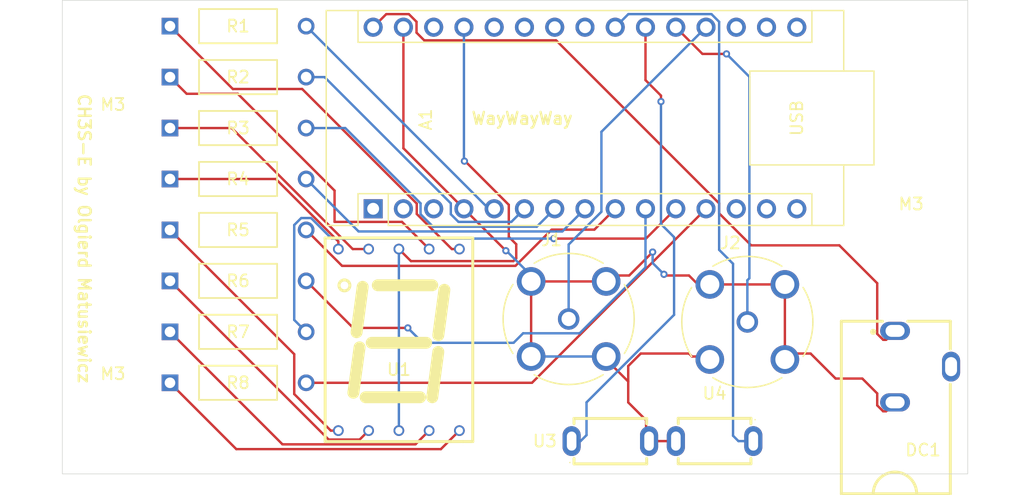
<source format=kicad_pcb>
(kicad_pcb (version 20241229) (generator "pcbnew") (generator_version "9.0")
  (layers (0 "F.Cu" signal) (2 "B.Cu" signal) (13 "F.Paste" user) (15 "B.Paste" user) (5 "F.SilkS" user "F.Silkscreen") (7 "B.SilkS" user "B.Silkscreen") (1 "F.Mask" user) (3 "B.Mask" user) (25 "Edge.Cuts" user))
  (net 0 "")
  (net 1 "GND")
  (net 2 "Net-(A1-VIN)")
  (net 4 "Net-(A1-D2)")
  (net 5 "Net-(A1-A1)")
  (net 6 "Net-(A1-D3)")
  (net 7 "Net-(A1-D5)")
  (net 10 "Net-(A1-D4)")
  (net 12 "Net-(A1-A2)")
  (net 15 "Net-(A1-A0)")
  (net 17 "Net-(A1-D7)")
  (net 20 "Net-(A1-D8)")
  (net 22 "Net-(A1-D9)")
  (net 23 "+5V")
  (net 24 "Net-(A1-D6)")
  (net 28 "Net-(A1-A3)")
  (net 31 "Net-(U1-E)")
  (net 32 "Net-(U1-D)")
  (net 33 "Net-(U1-C)")
  (net 34 "Net-(U1-DP)")
  (net 35 "Net-(U1-B)")
  (net 36 "Net-(U1-A)")
  (net 37 "Net-(U1-F)")
  (net 38 "Net-(U1-G)")
  (footprint "Snapeda:STA_CF14_STP" (layer "F.Cu") (at 112.785 78.1702)
    (property "Reference" "R1" (at 5.715 0 0) (layer "F.SilkS"))
    (property "Value" "CF14JT330R")
    (fp_line (start 2.4384 -1.4351) (end 2.4384 1.4351) (stroke (width 0.1524)) (layer "F.SilkS"))
    (fp_line (start 2.4384 1.4351) (end 8.9916 1.4351) (stroke (width 0.1524)) (layer "F.SilkS"))
    (fp_line (start 8.9916 -1.4351) (end 2.4384 -1.4351) (stroke (width 0.1524)) (layer "F.SilkS"))
    (fp_line (start 8.9916 1.4351) (end 8.9916 -1.4351) (stroke (width 0.1524)) (layer "F.SilkS"))
    (pad "1" thru_hole rect (at 0 0) (size 1.397 1.397) (drill 0.889) (layers "*.Cu" "*.Mask") (net 31 "Net-(U1-E)"))
    (pad "2" thru_hole circle (at 11.43 0) (size 1.397 1.397) (drill 0.889) (layers "*.Cu" "*.Mask") (net 4 "Net-(A1-D2)"))
  )
  (footprint "Snapeda:STA_CF14_STP" (layer "F.Cu") (at 112.785 103.8298)
    (property "Reference" "R7" (at 5.715 0 0) (layer "F.SilkS"))
    (property "Value" "CF14JT330R")
    (fp_line (start 2.4384 -1.4351) (end 2.4384 1.4351) (stroke (width 0.1524)) (layer "F.SilkS"))
    (fp_line (start 2.4384 1.4351) (end 8.9916 1.4351) (stroke (width 0.1524)) (layer "F.SilkS"))
    (fp_line (start 8.9916 -1.4351) (end 2.4384 -1.4351) (stroke (width 0.1524)) (layer "F.SilkS"))
    (fp_line (start 8.9916 1.4351) (end 8.9916 -1.4351) (stroke (width 0.1524)) (layer "F.SilkS"))
    (pad "1" thru_hole rect (at 0 0) (size 1.397 1.397) (drill 0.889) (layers "*.Cu" "*.Mask") (net 37 "Net-(U1-F)"))
    (pad "2" thru_hole circle (at 11.43 0) (size 1.397 1.397) (drill 0.889) (layers "*.Cu" "*.Mask") (net 20 "Net-(A1-D8)"))
  )
  (footprint "EasyEDA:SW-TH_L6.0-W3.6-P6.50" (layer "F.Cu") (at 158.5 113)
    (property "Reference" "U4" (at 0 -4 0) (layer "F.SilkS"))
    (property "Value" "1825966-1")
    (fp_line (start -3.05 -1.91) (end 3.05 -1.91) (stroke (width 0.25)) (layer "F.SilkS"))
    (fp_line (start -3.05 -1.46) (end -3.05 -1.91) (stroke (width 0.25)) (layer "F.SilkS"))
    (fp_line (start -3.05 1.9) (end -3.05 1.46) (stroke (width 0.25)) (layer "F.SilkS"))
    (fp_line (start 3.05 -1.91) (end 3.05 -1.46) (stroke (width 0.25)) (layer "F.SilkS"))
    (fp_line (start 3.05 1.46) (end 3.05 1.9) (stroke (width 0.25)) (layer "F.SilkS"))
    (fp_line (start 3.05 1.9) (end -3.05 1.9) (stroke (width 0.25)) (layer "F.SilkS"))
    (fp_circle (center 3.4 -1.8) (end 3.43 -1.8) (stroke (width 0.06)) (fill no) (layer "F.SilkS"))
    (pad "1" thru_hole oval (at 3.25 0 270) (size 2.5 1.52) (drill oval 1.599997 0.799998) (layers "*.Cu" "*.Mask") (net 28 "Net-(A1-A3)"))
    (pad "2" thru_hole oval (at -3.25 0 270) (size 2.5 1.52) (drill oval 1.599997 0.799998) (layers "*.Cu" "*.Mask") (net 1 "GND"))
  )
  (footprint "MountingHole:MountingHole_3.2mm_M3" (layer "F.Cu") (at 175 97.25)
    (property "Reference" "M3" (at 0 -4.15 0) (layer "F.SilkS"))
    (property "Value" "MountingHole_3.2mm_M3")
    (pad "" np_thru_hole circle (at 0 0) (size 3.2 3.2) (drill 3.2) (layers "*.Cu" "*.Mask"))
  )
  (footprint "Snapeda:STA_CF14_STP" (layer "F.Cu") (at 112.785 86.7234)
    (property "Reference" "R3" (at 5.715 0 0) (layer "F.SilkS"))
    (property "Value" "CF14JT330R")
    (fp_line (start 2.4384 -1.4351) (end 2.4384 1.4351) (stroke (width 0.1524)) (layer "F.SilkS"))
    (fp_line (start 2.4384 1.4351) (end 8.9916 1.4351) (stroke (width 0.1524)) (layer "F.SilkS"))
    (fp_line (start 8.9916 -1.4351) (end 2.4384 -1.4351) (stroke (width 0.1524)) (layer "F.SilkS"))
    (fp_line (start 8.9916 1.4351) (end 8.9916 -1.4351) (stroke (width 0.1524)) (layer "F.SilkS"))
    (pad "1" thru_hole rect (at 0 0) (size 1.397 1.397) (drill 0.889) (layers "*.Cu" "*.Mask") (net 33 "Net-(U1-C)"))
    (pad "2" thru_hole circle (at 11.43 0) (size 1.397 1.397) (drill 0.889) (layers "*.Cu" "*.Mask") (net 10 "Net-(A1-D4)"))
  )
  (footprint "Snapeda:LINX_CONBNC001" (layer "F.Cu") (at 161.25 103)
    (property "Reference" "J2" (at -1.425 -6.635 0) (layer "F.SilkS"))
    (property "Value" "CONBNC001")
    (fp_arc (start -5.5 0) (mid -5.295033 -1.503176) (end -4.68 -2.89) (stroke (width 0.127)) (layer "F.SilkS"))
    (fp_arc (start -4.68 2.89) (mid -5.291129 1.502068) (end -5.5 0) (stroke (width 0.127)) (layer "F.SilkS"))
    (fp_arc (start -2.89 -4.68) (mid -1.502068 -5.291129) (end 0 -5.5) (stroke (width 0.127)) (layer "F.SilkS"))
    (fp_arc (start 0 -5.5) (mid 1.503176 -5.295033) (end 2.89 -4.68) (stroke (width 0.127)) (layer "F.SilkS"))
    (fp_arc (start 0 5.5) (mid -1.503176 5.295033) (end -2.89 4.68) (stroke (width 0.127)) (layer "F.SilkS"))
    (fp_arc (start 2.89 4.68) (mid 1.502068 5.291129) (end 0 5.5) (stroke (width 0.127)) (layer "F.SilkS"))
    (fp_arc (start 4.68 -2.89) (mid 5.291129 -1.502068) (end 5.5 0) (stroke (width 0.127)) (layer "F.SilkS"))
    (fp_arc (start 5.5 0) (mid 5.295033 1.503176) (end 4.68 2.89) (stroke (width 0.127)) (layer "F.SilkS"))
    (pad "1" thru_hole circle (at 0 0) (size 1.8 1.8) (drill 1.2) (layers "*.Cu" "*.Mask") (net 5 "Net-(A1-A1)"))
    (pad "S1" thru_hole circle (at -3.15 -3.15) (size 2.4 2.4) (drill 1.6) (layers "*.Cu" "*.Mask") (net 1 "GND"))
    (pad "S1" thru_hole circle (at -3.15 3.15) (size 2.4 2.4) (drill 1.6) (layers "*.Cu" "*.Mask") (net 1 "GND"))
    (pad "S1" thru_hole circle (at 3.15 -3.15) (size 2.4 2.4) (drill 1.6) (layers "*.Cu" "*.Mask") (net 1 "GND"))
    (pad "S1" thru_hole circle (at 3.15 3.15) (size 2.4 2.4) (drill 1.6) (layers "*.Cu" "*.Mask") (net 1 "GND"))
  )
  (footprint "EasyEDA:DC-IN-TH_PJ-102AH" (layer "F.Cu") (at 176 106.75 180)
    (property "Reference" "DC1" (at 0 -7 0) (layer "F.SilkS"))
    (property "Value" "PJ-102AH_C3096093")
    (fp_line (start 6.86 3.81) (end 6.86 -10.67) (stroke (width 0.25)) (layer "F.SilkS"))
    (fp_line (start 6.86 -10.67) (end -2.29 -10.67) (stroke (width 0.25)) (layer "F.SilkS"))
    (fp_line (start 3.41 3.81) (end 6.86 3.81) (stroke (width 0.25)) (layer "F.SilkS"))
    (fp_line (start -2.29 3.81) (end 1.29 3.81) (stroke (width 0.25)) (layer "F.SilkS"))
    (fp_line (start -2.29 1.48) (end -2.29 3.81) (stroke (width 0.25)) (layer "F.SilkS"))
    (fp_line (start -2.29 -10.67) (end -2.29 -1.48) (stroke (width 0.25)) (layer "F.SilkS"))
    (fp_arc (start 4.18 -10.67) (mid 2.36 -8.85) (end 0.54 -10.67) (stroke (width 0.25)) (layer "F.SilkS"))
    (fp_circle (center 6.85 3.7) (end 6.88 3.7) (stroke (width 0.06)) (fill no) (layer "F.SilkS"))
    (fp_circle (center 4.19 2.92) (end 4.32 2.92) (stroke (width 0.25)) (fill no) (layer "F.SilkS"))
    (pad "1" thru_hole oval (at 2.35 3 180) (size 2.5 1.52) (drill oval 1.599997 0.999998) (layers "*.Cu" "*.Mask") (net 2 "Net-(A1-VIN)"))
    (pad "2" thru_hole oval (at 2.35 -3 180) (size 2.5 1.52) (drill oval 1.599997 0.999998) (layers "*.Cu" "*.Mask") (net 1 "GND"))
    (pad "3" thru_hole oval (at -2.35 0 90) (size 2.5 1.52) (drill oval 1.599997 0.999998) (layers "*.Cu" "*.Mask"))
  )
  (footprint "Snapeda:STA_CF14_STP" (layer "F.Cu") (at 112.785 95.2766)
    (property "Reference" "R5" (at 5.715 0 0) (layer "F.SilkS"))
    (property "Value" "CF14JT330R")
    (fp_line (start 2.4384 -1.4351) (end 2.4384 1.4351) (stroke (width 0.1524)) (layer "F.SilkS"))
    (fp_line (start 2.4384 1.4351) (end 8.9916 1.4351) (stroke (width 0.1524)) (layer "F.SilkS"))
    (fp_line (start 8.9916 -1.4351) (end 2.4384 -1.4351) (stroke (width 0.1524)) (layer "F.SilkS"))
    (fp_line (start 8.9916 1.4351) (end 8.9916 -1.4351) (stroke (width 0.1524)) (layer "F.SilkS"))
    (pad "1" thru_hole rect (at 0 0) (size 1.397 1.397) (drill 0.889) (layers "*.Cu" "*.Mask") (net 35 "Net-(U1-B)"))
    (pad "2" thru_hole circle (at 11.43 0) (size 1.397 1.397) (drill 0.889) (layers "*.Cu" "*.Mask") (net 24 "Net-(A1-D6)"))
  )
  (footprint "MountingHole:MountingHole_3.2mm_M3" (layer "F.Cu") (at 108 111.5)
    (property "Reference" "M3" (at 0 -4.15 0) (layer "F.SilkS"))
    (property "Value" "MountingHole_3.2mm_M3")
    (pad "" np_thru_hole circle (at 0 0) (size 3.2 3.2) (drill 3.2) (layers "*.Cu" "*.Mask"))
  )
  (footprint "Microprocessors:Arduino_Nano_With_3DModel" (layer "F.Cu") (at 129.84 93.5 90)
    (property "Reference" "A1" (at 7.5 4.41 90) (layer "F.SilkS"))
    (property "Value" "Arduino_Nano_Every")
    (fp_line (start 16.64 -3.94) (end -1.4 -3.94) (stroke (width 0.12)) (layer "F.SilkS"))
    (fp_line (start -1.4 -3.94) (end -1.4 -1.27) (stroke (width 0.12)) (layer "F.SilkS"))
    (fp_line (start 13.97 -1.27) (end 16.64 -1.27) (stroke (width 0.12)) (layer "F.SilkS"))
    (fp_line (start 13.97 -1.27) (end 13.97 36.83) (stroke (width 0.12)) (layer "F.SilkS"))
    (fp_line (start 1.27 -1.27) (end -1.4 -1.27) (stroke (width 0.12)) (layer "F.SilkS"))
    (fp_line (start 1.27 1.27) (end 1.27 -1.27) (stroke (width 0.12)) (layer "F.SilkS"))
    (fp_line (start 1.27 1.27) (end -1.4 1.27) (stroke (width 0.12)) (layer "F.SilkS"))
    (fp_line (start 1.27 1.27) (end 1.27 36.83) (stroke (width 0.12)) (layer "F.SilkS"))
    (fp_line (start -1.4 1.27) (end -1.4 39.5) (stroke (width 0.12)) (layer "F.SilkS"))
    (fp_line (start 11.56 31.62) (end 11.56 42.04) (stroke (width 0.12)) (layer "F.SilkS"))
    (fp_line (start 3.68 31.62) (end 11.56 31.62) (stroke (width 0.12)) (layer "F.SilkS"))
    (fp_line (start 13.97 36.83) (end 16.64 36.83) (stroke (width 0.12)) (layer "F.SilkS"))
    (fp_line (start 1.27 36.83) (end -1.4 36.83) (stroke (width 0.12)) (layer "F.SilkS"))
    (fp_line (start 16.64 39.5) (end 16.64 -3.94) (stroke (width 0.12)) (layer "F.SilkS"))
    (fp_line (start 16.64 39.5) (end 11.56 39.5) (stroke (width 0.12)) (layer "F.SilkS"))
    (fp_line (start -1.4 39.5) (end 3.68 39.5) (stroke (width 0.12)) (layer "F.SilkS"))
    (fp_line (start 11.56 42.04) (end 3.68 42.04) (stroke (width 0.12)) (layer "F.SilkS"))
    (fp_line (start 3.68 42.04) (end 3.68 31.62) (stroke (width 0.12)) (layer "F.SilkS"))
    (fp_text user "USB" (at 7.62 35.56 90) (layer "F.SilkS"))
    (pad "1" thru_hole rect (at 0 0 90) (size 1.6 1.6) (drill 1) (layers "*.Cu" "*.Mask"))
    (pad "2" thru_hole oval (at 0 2.54 90) (size 1.6 1.6) (drill 1) (layers "*.Cu" "*.Mask"))
    (pad "3" thru_hole oval (at 0 5.08 90) (size 1.6 1.6) (drill 1) (layers "*.Cu" "*.Mask"))
    (pad "4" thru_hole oval (at 0 7.62 90) (size 1.6 1.6) (drill 1) (layers "*.Cu" "*.Mask") (net 1 "GND"))
    (pad "5" thru_hole oval (at 0 10.16 90) (size 1.6 1.6) (drill 1) (layers "*.Cu" "*.Mask") (net 4 "Net-(A1-D2)"))
    (pad "6" thru_hole oval (at 0 12.7 90) (size 1.6 1.6) (drill 1) (layers "*.Cu" "*.Mask") (net 6 "Net-(A1-D3)"))
    (pad "7" thru_hole oval (at 0 15.24 90) (size 1.6 1.6) (drill 1) (layers "*.Cu" "*.Mask") (net 10 "Net-(A1-D4)"))
    (pad "8" thru_hole oval (at 0 17.78 90) (size 1.6 1.6) (drill 1) (layers "*.Cu" "*.Mask") (net 7 "Net-(A1-D5)"))
    (pad "9" thru_hole oval (at 0 20.32 90) (size 1.6 1.6) (drill 1) (layers "*.Cu" "*.Mask") (net 24 "Net-(A1-D6)"))
    (pad "10" thru_hole oval (at 0 22.86 90) (size 1.6 1.6) (drill 1) (layers "*.Cu" "*.Mask") (net 17 "Net-(A1-D7)"))
    (pad "11" thru_hole oval (at 0 25.4 90) (size 1.6 1.6) (drill 1) (layers "*.Cu" "*.Mask") (net 20 "Net-(A1-D8)"))
    (pad "12" thru_hole oval (at 0 27.94 90) (size 1.6 1.6) (drill 1) (layers "*.Cu" "*.Mask") (net 22 "Net-(A1-D9)"))
    (pad "13" thru_hole oval (at 0 30.48 90) (size 1.6 1.6) (drill 1) (layers "*.Cu" "*.Mask"))
    (pad "14" thru_hole oval (at 0 33.02 90) (size 1.6 1.6) (drill 1) (layers "*.Cu" "*.Mask"))
    (pad "15" thru_hole oval (at 0 35.56 90) (size 1.6 1.6) (drill 1) (layers "*.Cu" "*.Mask"))
    (pad "16" thru_hole oval (at 15.24 35.56 90) (size 1.6 1.6) (drill 1) (layers "*.Cu" "*.Mask"))
    (pad "17" thru_hole oval (at 15.24 33.02 90) (size 1.6 1.6) (drill 1) (layers "*.Cu" "*.Mask"))
    (pad "18" thru_hole oval (at 15.24 30.48 90) (size 1.6 1.6) (drill 1) (layers "*.Cu" "*.Mask"))
    (pad "19" thru_hole oval (at 15.24 27.94 90) (size 1.6 1.6) (drill 1) (layers "*.Cu" "*.Mask") (net 15 "Net-(A1-A0)"))
    (pad "20" thru_hole oval (at 15.24 25.4 90) (size 1.6 1.6) (drill 1) (layers "*.Cu" "*.Mask") (net 5 "Net-(A1-A1)"))
    (pad "21" thru_hole oval (at 15.24 22.86 90) (size 1.6 1.6) (drill 1) (layers "*.Cu" "*.Mask") (net 12 "Net-(A1-A2)"))
    (pad "22" thru_hole oval (at 15.24 20.32 90) (size 1.6 1.6) (drill 1) (layers "*.Cu" "*.Mask") (net 28 "Net-(A1-A3)"))
    (pad "23" thru_hole oval (at 15.24 17.78 90) (size 1.6 1.6) (drill 1) (layers "*.Cu" "*.Mask"))
    (pad "24" thru_hole oval (at 15.24 15.24 90) (size 1.6 1.6) (drill 1) (layers "*.Cu" "*.Mask"))
    (pad "25" thru_hole oval (at 15.24 12.7 90) (size 1.6 1.6) (drill 1) (layers "*.Cu" "*.Mask"))
    (pad "26" thru_hole oval (at 15.24 10.16 90) (size 1.6 1.6) (drill 1) (layers "*.Cu" "*.Mask"))
    (pad "27" thru_hole oval (at 15.24 7.62 90) (size 1.6 1.6) (drill 1) (layers "*.Cu" "*.Mask") (net 23 "+5V"))
    (pad "28" thru_hole oval (at 15.24 5.08 90) (size 1.6 1.6) (drill 1) (layers "*.Cu" "*.Mask"))
    (pad "29" thru_hole oval (at 15.24 2.54 90) (size 1.6 1.6) (drill 1) (layers "*.Cu" "*.Mask") (net 1 "GND"))
    (pad "30" thru_hole oval (at 15.24 0 90) (size 1.6 1.6) (drill 1) (layers "*.Cu" "*.Mask") (net 2 "Net-(A1-VIN)"))
  )
  (footprint "EasyEDA:LED-SEG-TH_10P-L17.1-W12.4-P2.54-D0.3-LS15.24" (layer "F.Cu") (at 132 104.5 180)
    (property "Reference" "U1" (at 0 -2.5 0) (layer "F.SilkS"))
    (property "Value" "LSHD-5601")
    (fp_line (start 6.19 8.55) (end -5.39 8.55) (stroke (width 0.25)) (layer "F.SilkS"))
    (fp_line (start 6.19 -8.54) (end 6.19 8.55) (stroke (width 0.25)) (layer "F.SilkS"))
    (fp_line (start 3.82 -4.44) (end 3.3 -0.63) (stroke (width 1)) (layer "F.SilkS"))
    (fp_line (start 3.55 0.64) (end 3.04 4.45) (stroke (width 1)) (layer "F.SilkS"))
    (fp_line (start -1.78 -4.82) (end 2.79 -4.82) (stroke (width 1)) (layer "F.SilkS"))
    (fp_line (start -2.29 -0.25) (end 2.28 -0.25) (stroke (width 1)) (layer "F.SilkS"))
    (fp_line (start -2.8 4.58) (end 1.77 4.58) (stroke (width 1)) (layer "F.SilkS"))
    (fp_line (start -2.8 -4.82) (end -3.31 -1.01) (stroke (width 1)) (layer "F.SilkS"))
    (fp_line (start -3.31 0.39) (end -3.82 4.2) (stroke (width 1)) (layer "F.SilkS"))
    (fp_line (start -5.39 -8.54) (end 6.19 -8.54) (stroke (width 0.25)) (layer "F.SilkS"))
    (fp_line (start -5.39 -8.54) (end -6.2 -8.54) (stroke (width 0.25)) (layer "F.SilkS"))
    (fp_line (start -6.2 8.55) (end -5.39 8.55) (stroke (width 0.25)) (layer "F.SilkS"))
    (fp_line (start -6.2 -8.54) (end -6.2 8.55) (stroke (width 0.25)) (layer "F.SilkS"))
    (fp_circle (center 4.57 4.57) (end 5.03 4.57) (stroke (width 0.25)) (fill no) (layer "F.SilkS"))
    (fp_circle (center -6.2 8.55) (end -6.17 8.55) (stroke (width 0.06)) (fill no) (layer "F.SilkS"))
    (pad "1" thru_hole circle (at -5.08 7.62 180) (size 0.9 0.9) (drill 0.599999) (layers "*.Cu" "*.Mask") (net 31 "Net-(U1-E)"))
    (pad "2" thru_hole circle (at -2.54 7.62 180) (size 0.9 0.9) (drill 0.599999) (layers "*.Cu" "*.Mask") (net 32 "Net-(U1-D)"))
    (pad "3" thru_hole circle (at 0 7.62 180) (size 0.9 0.9) (drill 0.599999) (layers "*.Cu" "*.Mask") (net 23 "+5V"))
    (pad "4" thru_hole circle (at 2.54 7.62 180) (size 0.9 0.9) (drill 0.599999) (layers "*.Cu" "*.Mask") (net 33 "Net-(U1-C)"))
    (pad "5" thru_hole circle (at 5.08 7.62 180) (size 0.9 0.9) (drill 0.599999) (layers "*.Cu" "*.Mask") (net 34 "Net-(U1-DP)"))
    (pad "6" thru_hole circle (at 5.08 -7.62 180) (size 0.9 0.9) (drill 0.599999) (layers "*.Cu" "*.Mask") (net 35 "Net-(U1-B)"))
    (pad "7" thru_hole circle (at 2.54 -7.62 180) (size 0.9 0.9) (drill 0.599999) (layers "*.Cu" "*.Mask") (net 36 "Net-(U1-A)"))
    (pad "8" thru_hole circle (at 0 -7.62 180) (size 0.9 0.9) (drill 0.599999) (layers "*.Cu" "*.Mask") (net 23 "+5V"))
    (pad "9" thru_hole circle (at -2.54 -7.62 180) (size 0.9 0.9) (drill 0.599999) (layers "*.Cu" "*.Mask") (net 37 "Net-(U1-F)"))
    (pad "10" thru_hole circle (at -5.08 -7.62 180) (size 0.9 0.9) (drill 0.599999) (layers "*.Cu" "*.Mask") (net 38 "Net-(U1-G)"))
  )
  (footprint "Snapeda:LINX_CONBNC001" (layer "F.Cu") (at 146.25 102.75)
    (property "Reference" "J1" (at -1.425 -6.635 0) (layer "F.SilkS"))
    (property "Value" "CONBNC001")
    (fp_arc (start -5.5 0) (mid -5.295033 -1.503176) (end -4.68 -2.89) (stroke (width 0.127)) (layer "F.SilkS"))
    (fp_arc (start -4.68 2.89) (mid -5.291129 1.502068) (end -5.5 0) (stroke (width 0.127)) (layer "F.SilkS"))
    (fp_arc (start -2.89 -4.68) (mid -1.502068 -5.291129) (end 0 -5.5) (stroke (width 0.127)) (layer "F.SilkS"))
    (fp_arc (start 0 -5.5) (mid 1.503176 -5.295033) (end 2.89 -4.68) (stroke (width 0.127)) (layer "F.SilkS"))
    (fp_arc (start 0 5.5) (mid -1.503176 5.295033) (end -2.89 4.68) (stroke (width 0.127)) (layer "F.SilkS"))
    (fp_arc (start 2.89 4.68) (mid 1.502068 5.291129) (end 0 5.5) (stroke (width 0.127)) (layer "F.SilkS"))
    (fp_arc (start 4.68 -2.89) (mid 5.291129 -1.502068) (end 5.5 0) (stroke (width 0.127)) (layer "F.SilkS"))
    (fp_arc (start 5.5 0) (mid 5.295033 1.503176) (end 4.68 2.89) (stroke (width 0.127)) (layer "F.SilkS"))
    (pad "1" thru_hole circle (at 0 0) (size 1.8 1.8) (drill 1.2) (layers "*.Cu" "*.Mask") (net 15 "Net-(A1-A0)"))
    (pad "S1" thru_hole circle (at -3.15 -3.15) (size 2.4 2.4) (drill 1.6) (layers "*.Cu" "*.Mask") (net 1 "GND"))
    (pad "S1" thru_hole circle (at -3.15 3.15) (size 2.4 2.4) (drill 1.6) (layers "*.Cu" "*.Mask") (net 1 "GND"))
    (pad "S1" thru_hole circle (at 3.15 -3.15) (size 2.4 2.4) (drill 1.6) (layers "*.Cu" "*.Mask") (net 1 "GND"))
    (pad "S1" thru_hole circle (at 3.15 3.15) (size 2.4 2.4) (drill 1.6) (layers "*.Cu" "*.Mask") (net 1 "GND"))
  )
  (footprint "Snapeda:STA_CF14_STP" (layer "F.Cu") (at 112.785 82.4468)
    (property "Reference" "R2" (at 5.715 0 0) (layer "F.SilkS"))
    (property "Value" "CF14JT330R")
    (fp_line (start 2.4384 -1.4351) (end 2.4384 1.4351) (stroke (width 0.1524)) (layer "F.SilkS"))
    (fp_line (start 2.4384 1.4351) (end 8.9916 1.4351) (stroke (width 0.1524)) (layer "F.SilkS"))
    (fp_line (start 8.9916 -1.4351) (end 2.4384 -1.4351) (stroke (width 0.1524)) (layer "F.SilkS"))
    (fp_line (start 8.9916 1.4351) (end 8.9916 -1.4351) (stroke (width 0.1524)) (layer "F.SilkS"))
    (pad "1" thru_hole rect (at 0 0) (size 1.397 1.397) (drill 0.889) (layers "*.Cu" "*.Mask") (net 32 "Net-(U1-D)"))
    (pad "2" thru_hole circle (at 11.43 0) (size 1.397 1.397) (drill 0.889) (layers "*.Cu" "*.Mask") (net 6 "Net-(A1-D3)"))
  )
  (footprint "Snapeda:STA_CF14_STP" (layer "F.Cu") (at 112.785 108.1064)
    (property "Reference" "R8" (at 5.715 0 0) (layer "F.SilkS"))
    (property "Value" "CF14JT330R")
    (fp_line (start 2.4384 -1.4351) (end 2.4384 1.4351) (stroke (width 0.1524)) (layer "F.SilkS"))
    (fp_line (start 2.4384 1.4351) (end 8.9916 1.4351) (stroke (width 0.1524)) (layer "F.SilkS"))
    (fp_line (start 8.9916 -1.4351) (end 2.4384 -1.4351) (stroke (width 0.1524)) (layer "F.SilkS"))
    (fp_line (start 8.9916 1.4351) (end 8.9916 -1.4351) (stroke (width 0.1524)) (layer "F.SilkS"))
    (pad "1" thru_hole rect (at 0 0) (size 1.397 1.397) (drill 0.889) (layers "*.Cu" "*.Mask") (net 38 "Net-(U1-G)"))
    (pad "2" thru_hole circle (at 11.43 0) (size 1.397 1.397) (drill 0.889) (layers "*.Cu" "*.Mask") (net 22 "Net-(A1-D9)"))
  )
  (footprint "Snapeda:STA_CF14_STP" (layer "F.Cu") (at 112.785 91)
    (property "Reference" "R4" (at 5.715 0 0) (layer "F.SilkS"))
    (property "Value" "CF14JT330R")
    (fp_line (start 2.4384 -1.4351) (end 2.4384 1.4351) (stroke (width 0.1524)) (layer "F.SilkS"))
    (fp_line (start 2.4384 1.4351) (end 8.9916 1.4351) (stroke (width 0.1524)) (layer "F.SilkS"))
    (fp_line (start 8.9916 -1.4351) (end 2.4384 -1.4351) (stroke (width 0.1524)) (layer "F.SilkS"))
    (fp_line (start 8.9916 1.4351) (end 8.9916 -1.4351) (stroke (width 0.1524)) (layer "F.SilkS"))
    (pad "1" thru_hole rect (at 0 0) (size 1.397 1.397) (drill 0.889) (layers "*.Cu" "*.Mask") (net 34 "Net-(U1-DP)"))
    (pad "2" thru_hole circle (at 11.43 0) (size 1.397 1.397) (drill 0.889) (layers "*.Cu" "*.Mask") (net 7 "Net-(A1-D5)"))
  )
  (footprint "MountingHole:MountingHole_3.2mm_M3" (layer "F.Cu") (at 108 80.25)
    (property "Reference" "M3" (at 0 4.5 0) (layer "F.SilkS"))
    (property "Value" "MountingHole_3.2mm_M3")
    (pad "" np_thru_hole circle (at 0 0) (size 3.2 3.2) (drill 3.2) (layers "*.Cu" "*.Mask"))
  )
  (footprint "Snapeda:STA_CF14_STP" (layer "F.Cu") (at 112.785 99.5532)
    (property "Reference" "R6" (at 5.715 0 0) (layer "F.SilkS"))
    (property "Value" "CF14JT330R")
    (fp_line (start 2.4384 -1.4351) (end 2.4384 1.4351) (stroke (width 0.1524)) (layer "F.SilkS"))
    (fp_line (start 2.4384 1.4351) (end 8.9916 1.4351) (stroke (width 0.1524)) (layer "F.SilkS"))
    (fp_line (start 8.9916 -1.4351) (end 2.4384 -1.4351) (stroke (width 0.1524)) (layer "F.SilkS"))
    (fp_line (start 8.9916 1.4351) (end 8.9916 -1.4351) (stroke (width 0.1524)) (layer "F.SilkS"))
    (pad "1" thru_hole rect (at 0 0) (size 1.397 1.397) (drill 0.889) (layers "*.Cu" "*.Mask") (net 36 "Net-(U1-A)"))
    (pad "2" thru_hole circle (at 11.43 0) (size 1.397 1.397) (drill 0.889) (layers "*.Cu" "*.Mask") (net 17 "Net-(A1-D7)"))
  )
  (footprint "EasyEDA:SW-TH_L6.0-W3.6-P6.50" (layer "F.Cu") (at 149.75 113 180)
    (property "Reference" "U3" (at 5.5 0 0) (layer "F.SilkS"))
    (property "Value" "1825966-1")
    (fp_line (start 3.05 1.9) (end -3.05 1.9) (stroke (width 0.25)) (layer "F.SilkS"))
    (fp_line (start 3.05 1.46) (end 3.05 1.9) (stroke (width 0.25)) (layer "F.SilkS"))
    (fp_line (start 3.05 -1.91) (end 3.05 -1.46) (stroke (width 0.25)) (layer "F.SilkS"))
    (fp_line (start -3.05 1.9) (end -3.05 1.46) (stroke (width 0.25)) (layer "F.SilkS"))
    (fp_line (start -3.05 -1.46) (end -3.05 -1.91) (stroke (width 0.25)) (layer "F.SilkS"))
    (fp_line (start -3.05 -1.91) (end 3.05 -1.91) (stroke (width 0.25)) (layer "F.SilkS"))
    (fp_circle (center 3.4 -1.8) (end 3.43 -1.8) (stroke (width 0.06)) (fill no) (layer "F.SilkS"))
    (pad "1" thru_hole oval (at 3.25 0 90) (size 2.5 1.52) (drill oval 1.599997 0.799998) (layers "*.Cu" "*.Mask") (net 12 "Net-(A1-A2)"))
    (pad "2" thru_hole oval (at -3.25 0 90) (size 2.5 1.52) (drill oval 1.599997 0.799998) (layers "*.Cu" "*.Mask") (net 1 "GND"))
  )
  (gr_rect (start 103.75 76) (end 179.75 115.75) (stroke (width 0.05)) (fill no) (layer "Edge.Cuts"))
  (gr_text "CH3S-E by Olgierd Matusiewicz" (at 105 83.75 270) (layer "F.SilkS") (effects (font (size 1 1) (thickness 0.2) (bold yes)) (justify left bottom)))
  (gr_text "WayWayWay" (at 138 86.5 0) (layer "F.SilkS") (effects (font (size 1 1) (thickness 0.2) (bold yes)) (justify left bottom)))
  (segment (start 164.65 105.65) (end 166.5575 105.65) (width 0.2) (layer "F.Cu") (net 1))
  (segment (start 158.1 106.15) (end 157.85 105.9) (width 0.2) (layer "F.Cu") (net 1))
  (segment (start 164.4 99.85) (end 164.4 106.15) (width 0.2) (layer "F.Cu") (net 1))
  (segment (start 151.331473 99.1) (end 153.3 97.131473) (width 0.2) (layer "F.Cu") (net 1))
  (segment (start 172.15 109) (end 172.15 110) (width 0.2) (layer "F.Cu") (net 1))
  (segment (start 157.1 99.85) (end 158.1 99.85) (width 0.2) (layer "F.Cu") (net 1))
  (segment (start 164.4 106.15) (end 164.4 105.9) (width 0.2) (layer "F.Cu") (net 1))
  (segment (start 153 113) (end 155.25 113) (width 0.2) (layer "F.Cu") (net 1))
  (segment (start 137.46 93.5) (end 140.98 97.02) (width 0.2) (layer "F.Cu") (net 1))
  (segment (start 152.3 105.65) (end 151.25 106.7) (width 0.2) (layer "F.Cu") (net 1))
  (segment (start 156.35 99.1) (end 157.1 99.85) (width 0.2) (layer "F.Cu") (net 1))
  (segment (start 164.4 105.9) (end 164.65 105.65) (width 0.2) (layer "F.Cu") (net 1))
  (segment (start 170.9 107.75) (end 172.15 109) (width 0.2) (layer "F.Cu") (net 1))
  (segment (start 158.1 99.85) (end 164.4 99.85) (width 0.2) (layer "F.Cu") (net 1))
  (segment (start 132.38 88.42) (end 137.46 93.5) (width 0.2) (layer "F.Cu") (net 1))
  (segment (start 143.1 105.9) (end 143.1 99.6) (width 0.2) (layer "F.Cu") (net 1))
  (segment (start 149.4 105.9) (end 149.4 106.15) (width 0.2) (layer "F.Cu") (net 1))
  (segment (start 172.9 110.5) (end 173.65 109.75) (width 0.2) (layer "F.Cu") (net 1))
  (segment (start 172.15 110) (end 172.65 110.5) (width 0.2) (layer "F.Cu") (net 1))
  (segment (start 151.25 106.7) (end 151.25 108) (width 0.2) (layer "F.Cu") (net 1))
  (segment (start 149.9 99.1) (end 151.331473 99.1) (width 0.2) (layer "F.Cu") (net 1))
  (segment (start 151.25 108) (end 151.25 109.75) (width 0.2) (layer "F.Cu") (net 1))
  (segment (start 152.75 112.75) (end 153 113) (width 0.2) (layer "F.Cu") (net 1))
  (segment (start 143.1 99.6) (end 149.4 99.6) (width 0.2) (layer "F.Cu") (net 1))
  (segment (start 156.35 105.65) (end 152.3 105.65) (width 0.2) (layer "F.Cu") (net 1))
  (segment (start 149.4 99.6) (end 149.9 99.1) (width 0.2) (layer "F.Cu") (net 1))
  (segment (start 149.4 106.15) (end 151.25 108) (width 0.2) (layer "F.Cu") (net 1))
  (segment (start 157.85 105.9) (end 156.6 105.9) (width 0.2) (layer "F.Cu") (net 1))
  (segment (start 154.25 99) (end 154.35 99.1) (width 0.2) (layer "F.Cu") (net 1))
  (segment (start 151.25 109.75) (end 152.75 111.25) (width 0.2) (layer "F.Cu") (net 1))
  (segment (start 168.6575 107.75) (end 170.9 107.75) (width 0.2) (layer "F.Cu") (net 1))
  (segment (start 156.6 105.9) (end 156.35 105.65) (width 0.2) (layer "F.Cu") (net 1))
  (segment (start 166.5575 105.65) (end 168.6575 107.75) (width 0.2) (layer "F.Cu") (net 1))
  (segment (start 172.65 110.5) (end 172.9 110.5) (width 0.2) (layer "F.Cu") (net 1))
  (segment (start 132.38 78.26) (end 132.38 88.42) (width 0.2) (layer "F.Cu") (net 1))
  (segment (start 149.4 99.6) (end 149.4 99.1) (width 0.2) (layer "F.Cu") (net 1))
  (segment (start 154.35 99.1) (end 156.35 99.1) (width 0.2) (layer "F.Cu") (net 1))
  (segment (start 152.75 111.25) (end 152.75 112.75) (width 0.2) (layer "F.Cu") (net 1))
  (via (at 140.98 97.02) (size 0.6) (drill 0.3) (layers "F.Cu" "B.Cu") (net 1))
  (via (at 154.25 99) (size 0.6) (drill 0.3) (layers "F.Cu" "B.Cu") (net 1))
  (via (at 153.3 97.131473) (size 0.6) (drill 0.3) (layers "F.Cu" "B.Cu") (net 1))
  (segment (start 149.4 105.9) (end 143.1 105.9) (width 0.2) (layer "B.Cu") (net 1))
  (segment (start 143.1 99.6) (end 143.1 99.1) (width 0.2) (layer "B.Cu") (net 1))
  (segment (start 153.3 97.131473) (end 153.3 98.05) (width 0.2) (layer "B.Cu") (net 1))
  (segment (start 143.1 99.1) (end 141.02 97.02) (width 0.2) (layer "B.Cu") (net 1))
  (segment (start 153.3 98.05) (end 154.25 99) (width 0.2) (layer "B.Cu") (net 1))
  (segment (start 141.02 97.02) (end 140.98 97.02) (width 0.2) (layer "B.Cu") (net 1))
  (segment (start 173.65 103.75) (end 172.9 104.5) (width 0.2) (layer "F.Cu") (net 2))
  (segment (start 172.15 99.75) (end 168.97 96.57) (width 0.2) (layer "F.Cu") (net 2))
  (segment (start 158.881 93.04395) (end 145.19805 79.361) (width 0.2) (layer "F.Cu") (net 2))
  (segment (start 132.83605 77.159) (end 130.941 77.159) (width 0.2) (layer "F.Cu") (net 2))
  (segment (start 172.65 104.5) (end 172.15 104) (width 0.2) (layer "F.Cu") (net 2))
  (segment (start 145.19805 79.361) (end 134.12595 79.361) (width 0.2) (layer "F.Cu") (net 2))
  (segment (start 134.12595 79.361) (end 133.481 78.71605) (width 0.2) (layer "F.Cu") (net 2))
  (segment (start 130.941 77.159) (end 129.84 78.26) (width 0.2) (layer "F.Cu") (net 2))
  (segment (start 168.97 96.57) (end 161.57 96.57) (width 0.2) (layer "F.Cu") (net 2))
  (segment (start 161.57 96.57) (end 158.881 93.881) (width 0.2) (layer "F.Cu") (net 2))
  (segment (start 133.481 78.71605) (end 133.481 77.80395) (width 0.2) (layer "F.Cu") (net 2))
  (segment (start 172.9 104.5) (end 172.65 104.5) (width 0.2) (layer "F.Cu") (net 2))
  (segment (start 172.15 104) (end 172.15 99.75) (width 0.2) (layer "F.Cu") (net 2))
  (segment (start 133.481 77.80395) (end 132.83605 77.159) (width 0.2) (layer "F.Cu") (net 2))
  (segment (start 158.881 93.881) (end 158.881 93.04395) (width 0.2) (layer "F.Cu") (net 2))
  (segment (start 139.5448 93.5) (end 140 93.5) (width 0.2) (layer "B.Cu") (net 4))
  (segment (start 124.215 78.1702) (end 139.5448 93.5) (width 0.2) (layer "B.Cu") (net 4))
  (segment (start 159.5 80.5) (end 157.48 80.5) (width 0.2) (layer "F.Cu") (net 5))
  (segment (start 157.48 80.5) (end 155.24 78.26) (width 0.2) (layer "F.Cu") (net 5))
  (via (at 159.5 80.5) (size 0.6) (drill 0.3) (layers "F.Cu" "B.Cu") (net 5))
  (segment (start 161.25 103) (end 161.25 99.5) (width 0.2) (layer "B.Cu") (net 5))
  (segment (start 161.421 99.329) (end 161.421 82.421) (width 0.2) (layer "B.Cu") (net 5))
  (segment (start 161.25 99.5) (end 161.421 99.329) (width 0.2) (layer "B.Cu") (net 5))
  (segment (start 161.421 82.421) (end 159.5 80.5) (width 0.2) (layer "B.Cu") (net 5))
  (segment (start 136.359 93.04395) (end 136.359 93.95605) (width 0.2) (layer "B.Cu") (net 6))
  (segment (start 124.215 82.4468) (end 125.76185 82.4468) (width 0.2) (layer "B.Cu") (net 6))
  (segment (start 125.76185 82.4468) (end 136.359 93.04395) (width 0.2) (layer "B.Cu") (net 6))
  (segment (start 141.439 94.601) (end 142.54 93.5) (width 0.2) (layer "B.Cu") (net 6))
  (segment (start 137.00395 94.601) (end 141.439 94.601) (width 0.2) (layer "B.Cu") (net 6))
  (segment (start 136.359 93.95605) (end 137.00395 94.601) (width 0.2) (layer "B.Cu") (net 6))
  (segment (start 145.717 95.403) (end 147.62 93.5) (width 0.2) (layer "B.Cu") (net 7))
  (segment (start 128.618 95.403) (end 145.717 95.403) (width 0.2) (layer "B.Cu") (net 7))
  (segment (start 124.215 91) (end 128.618 95.403) (width 0.2) (layer "B.Cu") (net 7))
  (segment (start 134.86495 95.002) (end 143.578 95.002) (width 0.2) (layer "B.Cu") (net 10))
  (segment (start 133.819 93.04395) (end 133.819 93.95605) (width 0.2) (layer "B.Cu") (net 10))
  (segment (start 143.578 95.002) (end 145.08 93.5) (width 0.2) (layer "B.Cu") (net 10))
  (segment (start 133.819 93.95605) (end 134.86495 95.002) (width 0.2) (layer "B.Cu") (net 10))
  (segment (start 124.215 86.7234) (end 127.49845 86.7234) (width 0.2) (layer "B.Cu") (net 10))
  (segment (start 127.49845 86.7234) (end 133.819 93.04395) (width 0.2) (layer "B.Cu") (net 10))
  (segment (start 152.7 82.7) (end 152.7 78.26) (width 0.2) (layer "F.Cu") (net 12))
  (segment (start 154 84.5) (end 154 84) (width 0.2) (layer "F.Cu") (net 12))
  (segment (start 154 84) (end 152.7 82.7) (width 0.2) (layer "F.Cu") (net 12))
  (via (at 154 84.5) (size 0.6) (drill 0.3) (layers "F.Cu" "B.Cu") (net 12))
  (segment (start 147.25 113) (end 147.75 112.5) (width 0.2) (layer "B.Cu") (net 12))
  (segment (start 146.5 113) (end 147.25 113) (width 0.2) (layer "B.Cu") (net 12))
  (segment (start 155.099 102.401) (end 155.099 95.881671) (width 0.2) (layer "B.Cu") (net 12))
  (segment (start 154 94.782671) (end 154 84.5) (width 0.2) (layer "B.Cu") (net 12))
  (segment (start 147.75 109.75) (end 155.099 102.401) (width 0.2) (layer "B.Cu") (net 12))
  (segment (start 147.75 112.5) (end 147.75 109.75) (width 0.2) (layer "B.Cu") (net 12))
  (segment (start 155.099 95.881671) (end 154 94.782671) (width 0.2) (layer "B.Cu") (net 12))
  (segment (start 149 93.75) (end 149 87.04) (width 0.2) (layer "B.Cu") (net 15))
  (segment (start 149 87.04) (end 157.78 78.26) (width 0.2) (layer "B.Cu") (net 15))
  (segment (start 146.25 102.75) (end 146.25 96.5) (width 0.2) (layer "B.Cu") (net 15))
  (segment (start 146.25 96.5) (end 149 93.75) (width 0.2) (layer "B.Cu") (net 15))
  (segment (start 128.1618 103.5) (end 124.215 99.5532) (width 0.2) (layer "F.Cu") (net 17))
  (segment (start 132.75 103.5) (end 128.1618 103.5) (width 0.2) (layer "F.Cu") (net 17))
  (via (at 132.75 103.5) (size 0.6) (drill 0.3) (layers "F.Cu" "B.Cu") (net 17))
  (segment (start 152.7 98.422735) (end 152.7 93.5) (width 0.2) (layer "B.Cu") (net 17))
  (segment (start 141.627265 104.75) (end 142.426265 103.951) (width 0.2) (layer "B.Cu") (net 17))
  (segment (start 134 104.75) (end 141.627265 104.75) (width 0.2) (layer "B.Cu") (net 17))
  (segment (start 142.426265 103.951) (end 147.171735 103.951) (width 0.2) (layer "B.Cu") (net 17))
  (segment (start 132.75 103.5) (end 134 104.75) (width 0.2) (layer "B.Cu") (net 17))
  (segment (start 147.171735 103.951) (end 152.7 98.422735) (width 0.2) (layer "B.Cu") (net 17))
  (segment (start 152.737 96.003) (end 155.24 93.5) (width 0.2) (layer "F.Cu") (net 20))
  (segment (start 145 96.003) (end 152.737 96.003) (width 0.2) (layer "F.Cu") (net 20))
  (via (at 145 96.003) (size 0.6) (drill 0.3) (layers "F.Cu" "B.Cu") (net 20))
  (segment (start 123.2155 102.8303) (end 123.2155 94.862593) (width 0.2) (layer "B.Cu") (net 20))
  (segment (start 123.800993 94.2771) (end 124.629007 94.2771) (width 0.2) (layer "B.Cu") (net 20))
  (segment (start 124.629007 94.2771) (end 126.354907 96.003) (width 0.2) (layer "B.Cu") (net 20))
  (segment (start 123.2155 94.862593) (end 123.800993 94.2771) (width 0.2) (layer "B.Cu") (net 20))
  (segment (start 124.215 103.8298) (end 123.2155 102.8303) (width 0.2) (layer "B.Cu") (net 20))
  (segment (start 126.354907 96.003) (end 145 96.003) (width 0.2) (layer "B.Cu") (net 20))
  (segment (start 143.1736 108.1064) (end 157.78 93.5) (width 0.2) (layer "F.Cu") (net 22))
  (segment (start 124.215 108.1064) (end 143.1736 108.1064) (width 0.2) (layer "F.Cu") (net 22))
  (segment (start 141.2261 93.16905) (end 137.55705 89.5) (width 0.2) (layer "F.Cu") (net 23))
  (segment (start 132 96.88) (end 133.011 97.891) (width 0.2) (layer "F.Cu") (net 23))
  (segment (start 133.011 97.891) (end 141.6161 97.891) (width 0.2) (layer "F.Cu") (net 23))
  (segment (start 141.6161 97.891) (end 141.851 97.6561) (width 0.2) (layer "F.Cu") (net 23))
  (segment (start 141.851 97.6561) (end 141.851 96.478265) (width 0.2) (layer "F.Cu") (net 23))
  (segment (start 141.2261 95.853365) (end 141.2261 93.16905) (width 0.2) (layer "F.Cu") (net 23))
  (segment (start 141.851 96.478265) (end 141.2261 95.853365) (width 0.2) (layer "F.Cu") (net 23))
  (segment (start 137.55705 89.5) (end 137.5 89.5) (width 0.2) (layer "F.Cu") (net 23))
  (via (at 137.5 89.5) (size 0.6) (drill 0.3) (layers "F.Cu" "B.Cu") (net 23))
  (segment (start 132 112.12) (end 132 96.88) (width 0.2) (layer "B.Cu") (net 23))
  (segment (start 137.5 89.5) (end 137.46 89.46) (width 0.2) (layer "B.Cu") (net 23))
  (segment (start 137.46 89.46) (end 137.46 78.26) (width 0.2) (layer "B.Cu") (net 23))
  (segment (start 127.2304 98.292) (end 141.7822 98.292) (width 0.2) (layer "F.Cu") (net 24))
  (segment (start 144.8242 95.25) (end 148.41 95.25) (width 0.2) (layer "F.Cu") (net 24))
  (segment (start 148.41 95.25) (end 150.16 93.5) (width 0.2) (layer "F.Cu") (net 24))
  (segment (start 124.215 95.2766) (end 127.2304 98.292) (width 0.2) (layer "F.Cu") (net 24))
  (segment (start 141.7822 98.292) (end 144.8242 95.25) (width 0.2) (layer "F.Cu") (net 24))
  (segment (start 158.23605 77.159) (end 151.261 77.159) (width 0.2) (layer "B.Cu") (net 28))
  (segment (start 161.75 113) (end 160.5 113) (width 0.2) (layer "B.Cu") (net 28))
  (segment (start 160.049 98.114265) (end 158.881 96.946265) (width 0.2) (layer "B.Cu") (net 28))
  (segment (start 158.881 77.80395) (end 158.23605 77.159) (width 0.2) (layer "B.Cu") (net 28))
  (segment (start 151.261 77.159) (end 150.16 78.26) (width 0.2) (layer "B.Cu") (net 28))
  (segment (start 160.049 112.549) (end 160.049 98.114265) (width 0.2) (layer "B.Cu") (net 28))
  (segment (start 160.5 113) (end 160.049 112.549) (width 0.2) (layer "B.Cu") (net 28))
  (segment (start 158.881 96.946265) (end 158.881 77.80395) (width 0.2) (layer "B.Cu") (net 28))
  (segment (start 137.08 96.88) (end 136.443604 96.88) (width 0.2) (layer "F.Cu") (net 31))
  (segment (start 136.443604 96.88) (end 133.5 93.936396) (width 0.2) (layer "F.Cu") (net 31))
  (segment (start 133.5 93.936396) (end 133.5 93.06295) (width 0.2) (layer "F.Cu") (net 31))
  (segment (start 118.0611 83.4463) (end 112.785 78.1702) (width 0.2) (layer "F.Cu") (net 31))
  (segment (start 123.88335 83.4463) (end 118.0611 83.4463) (width 0.2) (layer "F.Cu") (net 31))
  (segment (start 133.5 93.06295) (end 123.88335 83.4463) (width 0.2) (layer "F.Cu") (net 31))
  (segment (start 134.54 96.88) (end 132.261 94.601) (width 0.2) (layer "F.Cu") (net 32))
  (segment (start 126.601 91.972493) (end 118.475807 83.8473) (width 0.2) (layer "F.Cu") (net 32))
  (segment (start 132.261 94.601) (end 126.601 94.601) (width 0.2) (layer "F.Cu") (net 32))
  (segment (start 114.1855 83.8473) (end 112.785 82.4468) (width 0.2) (layer "F.Cu") (net 32))
  (segment (start 126.601 94.601) (end 126.601 91.972493) (width 0.2) (layer "F.Cu") (net 32))
  (segment (start 118.475807 83.8473) (end 114.1855 83.8473) (width 0.2) (layer "F.Cu") (net 32))
  (segment (start 129.46 96.88) (end 128.123496 96.88) (width 0.2) (layer "F.Cu") (net 33))
  (segment (start 128.123496 96.88) (end 117.966896 86.7234) (width 0.2) (layer "F.Cu") (net 33))
  (segment (start 117.966896 86.7234) (end 112.785 86.7234) (width 0.2) (layer "F.Cu") (net 33))
  (segment (start 126.92 96.88) (end 126.92 96.243604) (width 0.2) (layer "F.Cu") (net 34))
  (segment (start 121.676396 91) (end 112.785 91) (width 0.2) (layer "F.Cu") (net 34))
  (segment (start 126.92 96.243604) (end 121.676396 91) (width 0.2) (layer "F.Cu") (net 34))
  (segment (start 123.2155 105.7071) (end 123.2155 109.051896) (width 0.2) (layer "F.Cu") (net 35))
  (segment (start 112.785 95.2766) (end 123.2155 105.7071) (width 0.2) (layer "F.Cu") (net 35))
  (segment (start 123.2155 109.051896) (end 126.283604 112.12) (width 0.2) (layer "F.Cu") (net 35))
  (segment (start 126.283604 112.12) (end 126.92 112.12) (width 0.2) (layer "F.Cu") (net 35))
  (segment (start 126.1028 112.871) (end 128.709 112.871) (width 0.2) (layer "F.Cu") (net 36))
  (segment (start 128.709 112.871) (end 129.46 112.12) (width 0.2) (layer "F.Cu") (net 36))
  (segment (start 112.785 99.5532) (end 126.1028 112.871) (width 0.2) (layer "F.Cu") (net 36))
  (segment (start 122.2272 113.272) (end 133.388 113.272) (width 0.2) (layer "F.Cu") (net 37))
  (segment (start 112.785 103.8298) (end 122.2272 113.272) (width 0.2) (layer "F.Cu") (net 37))
  (segment (start 133.388 113.272) (end 134.54 112.12) (width 0.2) (layer "F.Cu") (net 37))
  (segment (start 135.527 113.673) (end 137.08 112.12) (width 0.2) (layer "F.Cu") (net 38))
  (segment (start 112.785 108.1064) (end 118.3516 113.673) (width 0.2) (layer "F.Cu") (net 38))
  (segment (start 118.3516 113.673) (end 135.527 113.673) (width 0.2) (layer "F.Cu") (net 38))
)
</source>
